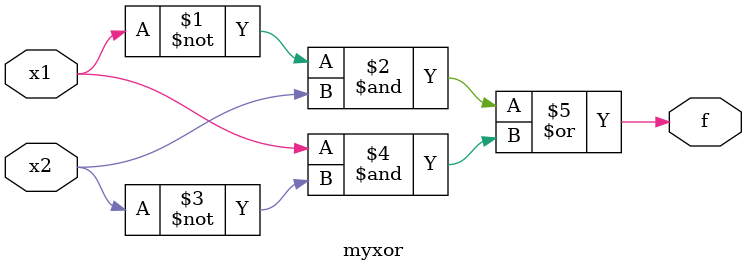
<source format=v>
module myxor (x1, x2, f);
input x1, x2;
output f;
assign f = (~x1 & x2) | (x1 & ~x2);
endmodule
</source>
